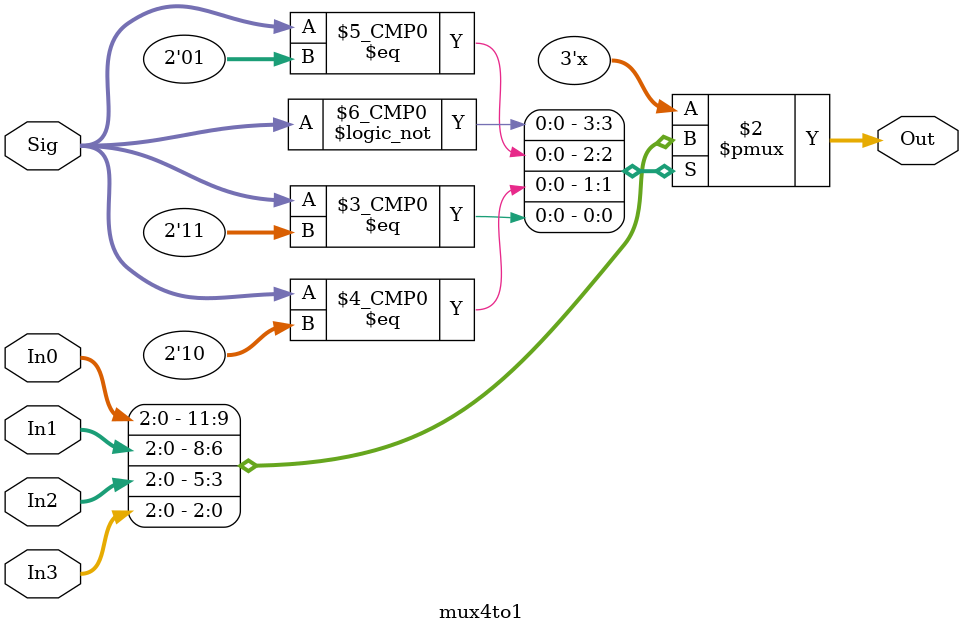
<source format=v>
module mux4to1 (In0, In1, In2, In3, Out, Sig);
output [2:0] Out;
input [2:0] In0;
input [2:0] In1;
input [2:0] In2;
input [2:0] In3;
input [1:0] Sig;
reg [2:0] Out;
always @(*)
case (Sig)
3'b00 : Out = In0;
3'b01 : Out = In1;
3'b10 : Out = In2;
3'b11 : Out = In3;
endcase
endmodule

</source>
